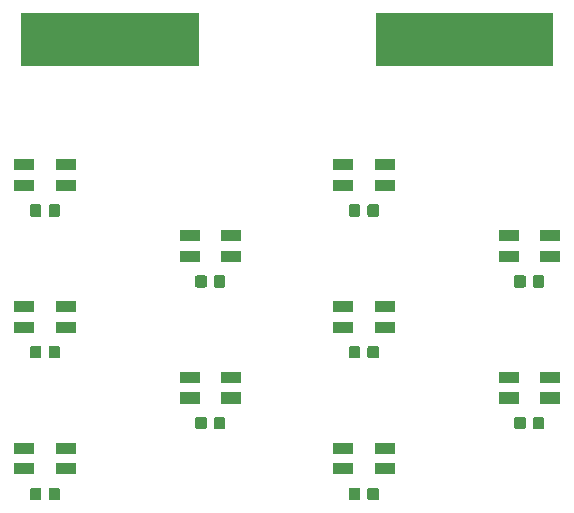
<source format=gts>
G04 #@! TF.GenerationSoftware,KiCad,Pcbnew,(5.1.4)-1*
G04 #@! TF.CreationDate,2019-10-14T20:14:25-04:00*
G04 #@! TF.ProjectId,badger-badge,62616467-6572-42d6-9261-6467652e6b69,rev?*
G04 #@! TF.SameCoordinates,Original*
G04 #@! TF.FileFunction,Soldermask,Top*
G04 #@! TF.FilePolarity,Negative*
%FSLAX46Y46*%
G04 Gerber Fmt 4.6, Leading zero omitted, Abs format (unit mm)*
G04 Created by KiCad (PCBNEW (5.1.4)-1) date 2019-10-14 20:14:25*
%MOMM*%
%LPD*%
G04 APERTURE LIST*
%ADD10C,0.100000*%
G04 APERTURE END LIST*
D10*
G36*
X58129591Y-99478085D02*
G01*
X58163569Y-99488393D01*
X58194890Y-99505134D01*
X58222339Y-99527661D01*
X58244866Y-99555110D01*
X58261607Y-99586431D01*
X58271915Y-99620409D01*
X58276000Y-99661890D01*
X58276000Y-100338110D01*
X58271915Y-100379591D01*
X58261607Y-100413569D01*
X58244866Y-100444890D01*
X58222339Y-100472339D01*
X58194890Y-100494866D01*
X58163569Y-100511607D01*
X58129591Y-100521915D01*
X58088110Y-100526000D01*
X57486890Y-100526000D01*
X57445409Y-100521915D01*
X57411431Y-100511607D01*
X57380110Y-100494866D01*
X57352661Y-100472339D01*
X57330134Y-100444890D01*
X57313393Y-100413569D01*
X57303085Y-100379591D01*
X57299000Y-100338110D01*
X57299000Y-99661890D01*
X57303085Y-99620409D01*
X57313393Y-99586431D01*
X57330134Y-99555110D01*
X57352661Y-99527661D01*
X57380110Y-99505134D01*
X57411431Y-99488393D01*
X57445409Y-99478085D01*
X57486890Y-99474000D01*
X58088110Y-99474000D01*
X58129591Y-99478085D01*
X58129591Y-99478085D01*
G37*
G36*
X56554591Y-99478085D02*
G01*
X56588569Y-99488393D01*
X56619890Y-99505134D01*
X56647339Y-99527661D01*
X56669866Y-99555110D01*
X56686607Y-99586431D01*
X56696915Y-99620409D01*
X56701000Y-99661890D01*
X56701000Y-100338110D01*
X56696915Y-100379591D01*
X56686607Y-100413569D01*
X56669866Y-100444890D01*
X56647339Y-100472339D01*
X56619890Y-100494866D01*
X56588569Y-100511607D01*
X56554591Y-100521915D01*
X56513110Y-100526000D01*
X55911890Y-100526000D01*
X55870409Y-100521915D01*
X55836431Y-100511607D01*
X55805110Y-100494866D01*
X55777661Y-100472339D01*
X55755134Y-100444890D01*
X55738393Y-100413569D01*
X55728085Y-100379591D01*
X55724000Y-100338110D01*
X55724000Y-99661890D01*
X55728085Y-99620409D01*
X55738393Y-99586431D01*
X55755134Y-99555110D01*
X55777661Y-99527661D01*
X55805110Y-99505134D01*
X55836431Y-99488393D01*
X55870409Y-99478085D01*
X55911890Y-99474000D01*
X56513110Y-99474000D01*
X56554591Y-99478085D01*
X56554591Y-99478085D01*
G37*
G36*
X85129591Y-99478085D02*
G01*
X85163569Y-99488393D01*
X85194890Y-99505134D01*
X85222339Y-99527661D01*
X85244866Y-99555110D01*
X85261607Y-99586431D01*
X85271915Y-99620409D01*
X85276000Y-99661890D01*
X85276000Y-100338110D01*
X85271915Y-100379591D01*
X85261607Y-100413569D01*
X85244866Y-100444890D01*
X85222339Y-100472339D01*
X85194890Y-100494866D01*
X85163569Y-100511607D01*
X85129591Y-100521915D01*
X85088110Y-100526000D01*
X84486890Y-100526000D01*
X84445409Y-100521915D01*
X84411431Y-100511607D01*
X84380110Y-100494866D01*
X84352661Y-100472339D01*
X84330134Y-100444890D01*
X84313393Y-100413569D01*
X84303085Y-100379591D01*
X84299000Y-100338110D01*
X84299000Y-99661890D01*
X84303085Y-99620409D01*
X84313393Y-99586431D01*
X84330134Y-99555110D01*
X84352661Y-99527661D01*
X84380110Y-99505134D01*
X84411431Y-99488393D01*
X84445409Y-99478085D01*
X84486890Y-99474000D01*
X85088110Y-99474000D01*
X85129591Y-99478085D01*
X85129591Y-99478085D01*
G37*
G36*
X83554591Y-99478085D02*
G01*
X83588569Y-99488393D01*
X83619890Y-99505134D01*
X83647339Y-99527661D01*
X83669866Y-99555110D01*
X83686607Y-99586431D01*
X83696915Y-99620409D01*
X83701000Y-99661890D01*
X83701000Y-100338110D01*
X83696915Y-100379591D01*
X83686607Y-100413569D01*
X83669866Y-100444890D01*
X83647339Y-100472339D01*
X83619890Y-100494866D01*
X83588569Y-100511607D01*
X83554591Y-100521915D01*
X83513110Y-100526000D01*
X82911890Y-100526000D01*
X82870409Y-100521915D01*
X82836431Y-100511607D01*
X82805110Y-100494866D01*
X82777661Y-100472339D01*
X82755134Y-100444890D01*
X82738393Y-100413569D01*
X82728085Y-100379591D01*
X82724000Y-100338110D01*
X82724000Y-99661890D01*
X82728085Y-99620409D01*
X82738393Y-99586431D01*
X82755134Y-99555110D01*
X82777661Y-99527661D01*
X82805110Y-99505134D01*
X82836431Y-99488393D01*
X82870409Y-99478085D01*
X82911890Y-99474000D01*
X83513110Y-99474000D01*
X83554591Y-99478085D01*
X83554591Y-99478085D01*
G37*
G36*
X86601000Y-98351000D02*
G01*
X84899000Y-98351000D01*
X84899000Y-97399000D01*
X86601000Y-97399000D01*
X86601000Y-98351000D01*
X86601000Y-98351000D01*
G37*
G36*
X56101000Y-98351000D02*
G01*
X54399000Y-98351000D01*
X54399000Y-97399000D01*
X56101000Y-97399000D01*
X56101000Y-98351000D01*
X56101000Y-98351000D01*
G37*
G36*
X59601000Y-98351000D02*
G01*
X57899000Y-98351000D01*
X57899000Y-97399000D01*
X59601000Y-97399000D01*
X59601000Y-98351000D01*
X59601000Y-98351000D01*
G37*
G36*
X83101000Y-98351000D02*
G01*
X81399000Y-98351000D01*
X81399000Y-97399000D01*
X83101000Y-97399000D01*
X83101000Y-98351000D01*
X83101000Y-98351000D01*
G37*
G36*
X56101000Y-96601000D02*
G01*
X54399000Y-96601000D01*
X54399000Y-95649000D01*
X56101000Y-95649000D01*
X56101000Y-96601000D01*
X56101000Y-96601000D01*
G37*
G36*
X86601000Y-96601000D02*
G01*
X84899000Y-96601000D01*
X84899000Y-95649000D01*
X86601000Y-95649000D01*
X86601000Y-96601000D01*
X86601000Y-96601000D01*
G37*
G36*
X59601000Y-96601000D02*
G01*
X57899000Y-96601000D01*
X57899000Y-95649000D01*
X59601000Y-95649000D01*
X59601000Y-96601000D01*
X59601000Y-96601000D01*
G37*
G36*
X83101000Y-96601000D02*
G01*
X81399000Y-96601000D01*
X81399000Y-95649000D01*
X83101000Y-95649000D01*
X83101000Y-96601000D01*
X83101000Y-96601000D01*
G37*
G36*
X70554591Y-93478085D02*
G01*
X70588569Y-93488393D01*
X70619890Y-93505134D01*
X70647339Y-93527661D01*
X70669866Y-93555110D01*
X70686607Y-93586431D01*
X70696915Y-93620409D01*
X70701000Y-93661890D01*
X70701000Y-94338110D01*
X70696915Y-94379591D01*
X70686607Y-94413569D01*
X70669866Y-94444890D01*
X70647339Y-94472339D01*
X70619890Y-94494866D01*
X70588569Y-94511607D01*
X70554591Y-94521915D01*
X70513110Y-94526000D01*
X69911890Y-94526000D01*
X69870409Y-94521915D01*
X69836431Y-94511607D01*
X69805110Y-94494866D01*
X69777661Y-94472339D01*
X69755134Y-94444890D01*
X69738393Y-94413569D01*
X69728085Y-94379591D01*
X69724000Y-94338110D01*
X69724000Y-93661890D01*
X69728085Y-93620409D01*
X69738393Y-93586431D01*
X69755134Y-93555110D01*
X69777661Y-93527661D01*
X69805110Y-93505134D01*
X69836431Y-93488393D01*
X69870409Y-93478085D01*
X69911890Y-93474000D01*
X70513110Y-93474000D01*
X70554591Y-93478085D01*
X70554591Y-93478085D01*
G37*
G36*
X72129591Y-93478085D02*
G01*
X72163569Y-93488393D01*
X72194890Y-93505134D01*
X72222339Y-93527661D01*
X72244866Y-93555110D01*
X72261607Y-93586431D01*
X72271915Y-93620409D01*
X72276000Y-93661890D01*
X72276000Y-94338110D01*
X72271915Y-94379591D01*
X72261607Y-94413569D01*
X72244866Y-94444890D01*
X72222339Y-94472339D01*
X72194890Y-94494866D01*
X72163569Y-94511607D01*
X72129591Y-94521915D01*
X72088110Y-94526000D01*
X71486890Y-94526000D01*
X71445409Y-94521915D01*
X71411431Y-94511607D01*
X71380110Y-94494866D01*
X71352661Y-94472339D01*
X71330134Y-94444890D01*
X71313393Y-94413569D01*
X71303085Y-94379591D01*
X71299000Y-94338110D01*
X71299000Y-93661890D01*
X71303085Y-93620409D01*
X71313393Y-93586431D01*
X71330134Y-93555110D01*
X71352661Y-93527661D01*
X71380110Y-93505134D01*
X71411431Y-93488393D01*
X71445409Y-93478085D01*
X71486890Y-93474000D01*
X72088110Y-93474000D01*
X72129591Y-93478085D01*
X72129591Y-93478085D01*
G37*
G36*
X99129591Y-93478085D02*
G01*
X99163569Y-93488393D01*
X99194890Y-93505134D01*
X99222339Y-93527661D01*
X99244866Y-93555110D01*
X99261607Y-93586431D01*
X99271915Y-93620409D01*
X99276000Y-93661890D01*
X99276000Y-94338110D01*
X99271915Y-94379591D01*
X99261607Y-94413569D01*
X99244866Y-94444890D01*
X99222339Y-94472339D01*
X99194890Y-94494866D01*
X99163569Y-94511607D01*
X99129591Y-94521915D01*
X99088110Y-94526000D01*
X98486890Y-94526000D01*
X98445409Y-94521915D01*
X98411431Y-94511607D01*
X98380110Y-94494866D01*
X98352661Y-94472339D01*
X98330134Y-94444890D01*
X98313393Y-94413569D01*
X98303085Y-94379591D01*
X98299000Y-94338110D01*
X98299000Y-93661890D01*
X98303085Y-93620409D01*
X98313393Y-93586431D01*
X98330134Y-93555110D01*
X98352661Y-93527661D01*
X98380110Y-93505134D01*
X98411431Y-93488393D01*
X98445409Y-93478085D01*
X98486890Y-93474000D01*
X99088110Y-93474000D01*
X99129591Y-93478085D01*
X99129591Y-93478085D01*
G37*
G36*
X97554591Y-93478085D02*
G01*
X97588569Y-93488393D01*
X97619890Y-93505134D01*
X97647339Y-93527661D01*
X97669866Y-93555110D01*
X97686607Y-93586431D01*
X97696915Y-93620409D01*
X97701000Y-93661890D01*
X97701000Y-94338110D01*
X97696915Y-94379591D01*
X97686607Y-94413569D01*
X97669866Y-94444890D01*
X97647339Y-94472339D01*
X97619890Y-94494866D01*
X97588569Y-94511607D01*
X97554591Y-94521915D01*
X97513110Y-94526000D01*
X96911890Y-94526000D01*
X96870409Y-94521915D01*
X96836431Y-94511607D01*
X96805110Y-94494866D01*
X96777661Y-94472339D01*
X96755134Y-94444890D01*
X96738393Y-94413569D01*
X96728085Y-94379591D01*
X96724000Y-94338110D01*
X96724000Y-93661890D01*
X96728085Y-93620409D01*
X96738393Y-93586431D01*
X96755134Y-93555110D01*
X96777661Y-93527661D01*
X96805110Y-93505134D01*
X96836431Y-93488393D01*
X96870409Y-93478085D01*
X96911890Y-93474000D01*
X97513110Y-93474000D01*
X97554591Y-93478085D01*
X97554591Y-93478085D01*
G37*
G36*
X100601000Y-92351000D02*
G01*
X98899000Y-92351000D01*
X98899000Y-91399000D01*
X100601000Y-91399000D01*
X100601000Y-92351000D01*
X100601000Y-92351000D01*
G37*
G36*
X97101000Y-92351000D02*
G01*
X95399000Y-92351000D01*
X95399000Y-91399000D01*
X97101000Y-91399000D01*
X97101000Y-92351000D01*
X97101000Y-92351000D01*
G37*
G36*
X73601000Y-92351000D02*
G01*
X71899000Y-92351000D01*
X71899000Y-91399000D01*
X73601000Y-91399000D01*
X73601000Y-92351000D01*
X73601000Y-92351000D01*
G37*
G36*
X70101000Y-92351000D02*
G01*
X68399000Y-92351000D01*
X68399000Y-91399000D01*
X70101000Y-91399000D01*
X70101000Y-92351000D01*
X70101000Y-92351000D01*
G37*
G36*
X100601000Y-90601000D02*
G01*
X98899000Y-90601000D01*
X98899000Y-89649000D01*
X100601000Y-89649000D01*
X100601000Y-90601000D01*
X100601000Y-90601000D01*
G37*
G36*
X97101000Y-90601000D02*
G01*
X95399000Y-90601000D01*
X95399000Y-89649000D01*
X97101000Y-89649000D01*
X97101000Y-90601000D01*
X97101000Y-90601000D01*
G37*
G36*
X73601000Y-90601000D02*
G01*
X71899000Y-90601000D01*
X71899000Y-89649000D01*
X73601000Y-89649000D01*
X73601000Y-90601000D01*
X73601000Y-90601000D01*
G37*
G36*
X70101000Y-90601000D02*
G01*
X68399000Y-90601000D01*
X68399000Y-89649000D01*
X70101000Y-89649000D01*
X70101000Y-90601000D01*
X70101000Y-90601000D01*
G37*
G36*
X83554591Y-87478085D02*
G01*
X83588569Y-87488393D01*
X83619890Y-87505134D01*
X83647339Y-87527661D01*
X83669866Y-87555110D01*
X83686607Y-87586431D01*
X83696915Y-87620409D01*
X83701000Y-87661890D01*
X83701000Y-88338110D01*
X83696915Y-88379591D01*
X83686607Y-88413569D01*
X83669866Y-88444890D01*
X83647339Y-88472339D01*
X83619890Y-88494866D01*
X83588569Y-88511607D01*
X83554591Y-88521915D01*
X83513110Y-88526000D01*
X82911890Y-88526000D01*
X82870409Y-88521915D01*
X82836431Y-88511607D01*
X82805110Y-88494866D01*
X82777661Y-88472339D01*
X82755134Y-88444890D01*
X82738393Y-88413569D01*
X82728085Y-88379591D01*
X82724000Y-88338110D01*
X82724000Y-87661890D01*
X82728085Y-87620409D01*
X82738393Y-87586431D01*
X82755134Y-87555110D01*
X82777661Y-87527661D01*
X82805110Y-87505134D01*
X82836431Y-87488393D01*
X82870409Y-87478085D01*
X82911890Y-87474000D01*
X83513110Y-87474000D01*
X83554591Y-87478085D01*
X83554591Y-87478085D01*
G37*
G36*
X85129591Y-87478085D02*
G01*
X85163569Y-87488393D01*
X85194890Y-87505134D01*
X85222339Y-87527661D01*
X85244866Y-87555110D01*
X85261607Y-87586431D01*
X85271915Y-87620409D01*
X85276000Y-87661890D01*
X85276000Y-88338110D01*
X85271915Y-88379591D01*
X85261607Y-88413569D01*
X85244866Y-88444890D01*
X85222339Y-88472339D01*
X85194890Y-88494866D01*
X85163569Y-88511607D01*
X85129591Y-88521915D01*
X85088110Y-88526000D01*
X84486890Y-88526000D01*
X84445409Y-88521915D01*
X84411431Y-88511607D01*
X84380110Y-88494866D01*
X84352661Y-88472339D01*
X84330134Y-88444890D01*
X84313393Y-88413569D01*
X84303085Y-88379591D01*
X84299000Y-88338110D01*
X84299000Y-87661890D01*
X84303085Y-87620409D01*
X84313393Y-87586431D01*
X84330134Y-87555110D01*
X84352661Y-87527661D01*
X84380110Y-87505134D01*
X84411431Y-87488393D01*
X84445409Y-87478085D01*
X84486890Y-87474000D01*
X85088110Y-87474000D01*
X85129591Y-87478085D01*
X85129591Y-87478085D01*
G37*
G36*
X58129591Y-87478085D02*
G01*
X58163569Y-87488393D01*
X58194890Y-87505134D01*
X58222339Y-87527661D01*
X58244866Y-87555110D01*
X58261607Y-87586431D01*
X58271915Y-87620409D01*
X58276000Y-87661890D01*
X58276000Y-88338110D01*
X58271915Y-88379591D01*
X58261607Y-88413569D01*
X58244866Y-88444890D01*
X58222339Y-88472339D01*
X58194890Y-88494866D01*
X58163569Y-88511607D01*
X58129591Y-88521915D01*
X58088110Y-88526000D01*
X57486890Y-88526000D01*
X57445409Y-88521915D01*
X57411431Y-88511607D01*
X57380110Y-88494866D01*
X57352661Y-88472339D01*
X57330134Y-88444890D01*
X57313393Y-88413569D01*
X57303085Y-88379591D01*
X57299000Y-88338110D01*
X57299000Y-87661890D01*
X57303085Y-87620409D01*
X57313393Y-87586431D01*
X57330134Y-87555110D01*
X57352661Y-87527661D01*
X57380110Y-87505134D01*
X57411431Y-87488393D01*
X57445409Y-87478085D01*
X57486890Y-87474000D01*
X58088110Y-87474000D01*
X58129591Y-87478085D01*
X58129591Y-87478085D01*
G37*
G36*
X56554591Y-87478085D02*
G01*
X56588569Y-87488393D01*
X56619890Y-87505134D01*
X56647339Y-87527661D01*
X56669866Y-87555110D01*
X56686607Y-87586431D01*
X56696915Y-87620409D01*
X56701000Y-87661890D01*
X56701000Y-88338110D01*
X56696915Y-88379591D01*
X56686607Y-88413569D01*
X56669866Y-88444890D01*
X56647339Y-88472339D01*
X56619890Y-88494866D01*
X56588569Y-88511607D01*
X56554591Y-88521915D01*
X56513110Y-88526000D01*
X55911890Y-88526000D01*
X55870409Y-88521915D01*
X55836431Y-88511607D01*
X55805110Y-88494866D01*
X55777661Y-88472339D01*
X55755134Y-88444890D01*
X55738393Y-88413569D01*
X55728085Y-88379591D01*
X55724000Y-88338110D01*
X55724000Y-87661890D01*
X55728085Y-87620409D01*
X55738393Y-87586431D01*
X55755134Y-87555110D01*
X55777661Y-87527661D01*
X55805110Y-87505134D01*
X55836431Y-87488393D01*
X55870409Y-87478085D01*
X55911890Y-87474000D01*
X56513110Y-87474000D01*
X56554591Y-87478085D01*
X56554591Y-87478085D01*
G37*
G36*
X56101000Y-86351000D02*
G01*
X54399000Y-86351000D01*
X54399000Y-85399000D01*
X56101000Y-85399000D01*
X56101000Y-86351000D01*
X56101000Y-86351000D01*
G37*
G36*
X59601000Y-86351000D02*
G01*
X57899000Y-86351000D01*
X57899000Y-85399000D01*
X59601000Y-85399000D01*
X59601000Y-86351000D01*
X59601000Y-86351000D01*
G37*
G36*
X86601000Y-86351000D02*
G01*
X84899000Y-86351000D01*
X84899000Y-85399000D01*
X86601000Y-85399000D01*
X86601000Y-86351000D01*
X86601000Y-86351000D01*
G37*
G36*
X83101000Y-86351000D02*
G01*
X81399000Y-86351000D01*
X81399000Y-85399000D01*
X83101000Y-85399000D01*
X83101000Y-86351000D01*
X83101000Y-86351000D01*
G37*
G36*
X86601000Y-84601000D02*
G01*
X84899000Y-84601000D01*
X84899000Y-83649000D01*
X86601000Y-83649000D01*
X86601000Y-84601000D01*
X86601000Y-84601000D01*
G37*
G36*
X83101000Y-84601000D02*
G01*
X81399000Y-84601000D01*
X81399000Y-83649000D01*
X83101000Y-83649000D01*
X83101000Y-84601000D01*
X83101000Y-84601000D01*
G37*
G36*
X59601000Y-84601000D02*
G01*
X57899000Y-84601000D01*
X57899000Y-83649000D01*
X59601000Y-83649000D01*
X59601000Y-84601000D01*
X59601000Y-84601000D01*
G37*
G36*
X56101000Y-84601000D02*
G01*
X54399000Y-84601000D01*
X54399000Y-83649000D01*
X56101000Y-83649000D01*
X56101000Y-84601000D01*
X56101000Y-84601000D01*
G37*
G36*
X99129591Y-81478085D02*
G01*
X99163569Y-81488393D01*
X99194890Y-81505134D01*
X99222339Y-81527661D01*
X99244866Y-81555110D01*
X99261607Y-81586431D01*
X99271915Y-81620409D01*
X99276000Y-81661890D01*
X99276000Y-82338110D01*
X99271915Y-82379591D01*
X99261607Y-82413569D01*
X99244866Y-82444890D01*
X99222339Y-82472339D01*
X99194890Y-82494866D01*
X99163569Y-82511607D01*
X99129591Y-82521915D01*
X99088110Y-82526000D01*
X98486890Y-82526000D01*
X98445409Y-82521915D01*
X98411431Y-82511607D01*
X98380110Y-82494866D01*
X98352661Y-82472339D01*
X98330134Y-82444890D01*
X98313393Y-82413569D01*
X98303085Y-82379591D01*
X98299000Y-82338110D01*
X98299000Y-81661890D01*
X98303085Y-81620409D01*
X98313393Y-81586431D01*
X98330134Y-81555110D01*
X98352661Y-81527661D01*
X98380110Y-81505134D01*
X98411431Y-81488393D01*
X98445409Y-81478085D01*
X98486890Y-81474000D01*
X99088110Y-81474000D01*
X99129591Y-81478085D01*
X99129591Y-81478085D01*
G37*
G36*
X97554591Y-81478085D02*
G01*
X97588569Y-81488393D01*
X97619890Y-81505134D01*
X97647339Y-81527661D01*
X97669866Y-81555110D01*
X97686607Y-81586431D01*
X97696915Y-81620409D01*
X97701000Y-81661890D01*
X97701000Y-82338110D01*
X97696915Y-82379591D01*
X97686607Y-82413569D01*
X97669866Y-82444890D01*
X97647339Y-82472339D01*
X97619890Y-82494866D01*
X97588569Y-82511607D01*
X97554591Y-82521915D01*
X97513110Y-82526000D01*
X96911890Y-82526000D01*
X96870409Y-82521915D01*
X96836431Y-82511607D01*
X96805110Y-82494866D01*
X96777661Y-82472339D01*
X96755134Y-82444890D01*
X96738393Y-82413569D01*
X96728085Y-82379591D01*
X96724000Y-82338110D01*
X96724000Y-81661890D01*
X96728085Y-81620409D01*
X96738393Y-81586431D01*
X96755134Y-81555110D01*
X96777661Y-81527661D01*
X96805110Y-81505134D01*
X96836431Y-81488393D01*
X96870409Y-81478085D01*
X96911890Y-81474000D01*
X97513110Y-81474000D01*
X97554591Y-81478085D01*
X97554591Y-81478085D01*
G37*
G36*
X72129591Y-81478085D02*
G01*
X72163569Y-81488393D01*
X72194890Y-81505134D01*
X72222339Y-81527661D01*
X72244866Y-81555110D01*
X72261607Y-81586431D01*
X72271915Y-81620409D01*
X72276000Y-81661890D01*
X72276000Y-82338110D01*
X72271915Y-82379591D01*
X72261607Y-82413569D01*
X72244866Y-82444890D01*
X72222339Y-82472339D01*
X72194890Y-82494866D01*
X72163569Y-82511607D01*
X72129591Y-82521915D01*
X72088110Y-82526000D01*
X71486890Y-82526000D01*
X71445409Y-82521915D01*
X71411431Y-82511607D01*
X71380110Y-82494866D01*
X71352661Y-82472339D01*
X71330134Y-82444890D01*
X71313393Y-82413569D01*
X71303085Y-82379591D01*
X71299000Y-82338110D01*
X71299000Y-81661890D01*
X71303085Y-81620409D01*
X71313393Y-81586431D01*
X71330134Y-81555110D01*
X71352661Y-81527661D01*
X71380110Y-81505134D01*
X71411431Y-81488393D01*
X71445409Y-81478085D01*
X71486890Y-81474000D01*
X72088110Y-81474000D01*
X72129591Y-81478085D01*
X72129591Y-81478085D01*
G37*
G36*
X70554591Y-81478085D02*
G01*
X70588569Y-81488393D01*
X70619890Y-81505134D01*
X70647339Y-81527661D01*
X70669866Y-81555110D01*
X70686607Y-81586431D01*
X70696915Y-81620409D01*
X70701000Y-81661890D01*
X70701000Y-82338110D01*
X70696915Y-82379591D01*
X70686607Y-82413569D01*
X70669866Y-82444890D01*
X70647339Y-82472339D01*
X70619890Y-82494866D01*
X70588569Y-82511607D01*
X70554591Y-82521915D01*
X70513110Y-82526000D01*
X69911890Y-82526000D01*
X69870409Y-82521915D01*
X69836431Y-82511607D01*
X69805110Y-82494866D01*
X69777661Y-82472339D01*
X69755134Y-82444890D01*
X69738393Y-82413569D01*
X69728085Y-82379591D01*
X69724000Y-82338110D01*
X69724000Y-81661890D01*
X69728085Y-81620409D01*
X69738393Y-81586431D01*
X69755134Y-81555110D01*
X69777661Y-81527661D01*
X69805110Y-81505134D01*
X69836431Y-81488393D01*
X69870409Y-81478085D01*
X69911890Y-81474000D01*
X70513110Y-81474000D01*
X70554591Y-81478085D01*
X70554591Y-81478085D01*
G37*
G36*
X73601000Y-80351000D02*
G01*
X71899000Y-80351000D01*
X71899000Y-79399000D01*
X73601000Y-79399000D01*
X73601000Y-80351000D01*
X73601000Y-80351000D01*
G37*
G36*
X70101000Y-80351000D02*
G01*
X68399000Y-80351000D01*
X68399000Y-79399000D01*
X70101000Y-79399000D01*
X70101000Y-80351000D01*
X70101000Y-80351000D01*
G37*
G36*
X97101000Y-80351000D02*
G01*
X95399000Y-80351000D01*
X95399000Y-79399000D01*
X97101000Y-79399000D01*
X97101000Y-80351000D01*
X97101000Y-80351000D01*
G37*
G36*
X100601000Y-80351000D02*
G01*
X98899000Y-80351000D01*
X98899000Y-79399000D01*
X100601000Y-79399000D01*
X100601000Y-80351000D01*
X100601000Y-80351000D01*
G37*
G36*
X70101000Y-78601000D02*
G01*
X68399000Y-78601000D01*
X68399000Y-77649000D01*
X70101000Y-77649000D01*
X70101000Y-78601000D01*
X70101000Y-78601000D01*
G37*
G36*
X73601000Y-78601000D02*
G01*
X71899000Y-78601000D01*
X71899000Y-77649000D01*
X73601000Y-77649000D01*
X73601000Y-78601000D01*
X73601000Y-78601000D01*
G37*
G36*
X100601000Y-78601000D02*
G01*
X98899000Y-78601000D01*
X98899000Y-77649000D01*
X100601000Y-77649000D01*
X100601000Y-78601000D01*
X100601000Y-78601000D01*
G37*
G36*
X97101000Y-78601000D02*
G01*
X95399000Y-78601000D01*
X95399000Y-77649000D01*
X97101000Y-77649000D01*
X97101000Y-78601000D01*
X97101000Y-78601000D01*
G37*
G36*
X83554591Y-75478085D02*
G01*
X83588569Y-75488393D01*
X83619890Y-75505134D01*
X83647339Y-75527661D01*
X83669866Y-75555110D01*
X83686607Y-75586431D01*
X83696915Y-75620409D01*
X83701000Y-75661890D01*
X83701000Y-76338110D01*
X83696915Y-76379591D01*
X83686607Y-76413569D01*
X83669866Y-76444890D01*
X83647339Y-76472339D01*
X83619890Y-76494866D01*
X83588569Y-76511607D01*
X83554591Y-76521915D01*
X83513110Y-76526000D01*
X82911890Y-76526000D01*
X82870409Y-76521915D01*
X82836431Y-76511607D01*
X82805110Y-76494866D01*
X82777661Y-76472339D01*
X82755134Y-76444890D01*
X82738393Y-76413569D01*
X82728085Y-76379591D01*
X82724000Y-76338110D01*
X82724000Y-75661890D01*
X82728085Y-75620409D01*
X82738393Y-75586431D01*
X82755134Y-75555110D01*
X82777661Y-75527661D01*
X82805110Y-75505134D01*
X82836431Y-75488393D01*
X82870409Y-75478085D01*
X82911890Y-75474000D01*
X83513110Y-75474000D01*
X83554591Y-75478085D01*
X83554591Y-75478085D01*
G37*
G36*
X85129591Y-75478085D02*
G01*
X85163569Y-75488393D01*
X85194890Y-75505134D01*
X85222339Y-75527661D01*
X85244866Y-75555110D01*
X85261607Y-75586431D01*
X85271915Y-75620409D01*
X85276000Y-75661890D01*
X85276000Y-76338110D01*
X85271915Y-76379591D01*
X85261607Y-76413569D01*
X85244866Y-76444890D01*
X85222339Y-76472339D01*
X85194890Y-76494866D01*
X85163569Y-76511607D01*
X85129591Y-76521915D01*
X85088110Y-76526000D01*
X84486890Y-76526000D01*
X84445409Y-76521915D01*
X84411431Y-76511607D01*
X84380110Y-76494866D01*
X84352661Y-76472339D01*
X84330134Y-76444890D01*
X84313393Y-76413569D01*
X84303085Y-76379591D01*
X84299000Y-76338110D01*
X84299000Y-75661890D01*
X84303085Y-75620409D01*
X84313393Y-75586431D01*
X84330134Y-75555110D01*
X84352661Y-75527661D01*
X84380110Y-75505134D01*
X84411431Y-75488393D01*
X84445409Y-75478085D01*
X84486890Y-75474000D01*
X85088110Y-75474000D01*
X85129591Y-75478085D01*
X85129591Y-75478085D01*
G37*
G36*
X56554591Y-75478085D02*
G01*
X56588569Y-75488393D01*
X56619890Y-75505134D01*
X56647339Y-75527661D01*
X56669866Y-75555110D01*
X56686607Y-75586431D01*
X56696915Y-75620409D01*
X56701000Y-75661890D01*
X56701000Y-76338110D01*
X56696915Y-76379591D01*
X56686607Y-76413569D01*
X56669866Y-76444890D01*
X56647339Y-76472339D01*
X56619890Y-76494866D01*
X56588569Y-76511607D01*
X56554591Y-76521915D01*
X56513110Y-76526000D01*
X55911890Y-76526000D01*
X55870409Y-76521915D01*
X55836431Y-76511607D01*
X55805110Y-76494866D01*
X55777661Y-76472339D01*
X55755134Y-76444890D01*
X55738393Y-76413569D01*
X55728085Y-76379591D01*
X55724000Y-76338110D01*
X55724000Y-75661890D01*
X55728085Y-75620409D01*
X55738393Y-75586431D01*
X55755134Y-75555110D01*
X55777661Y-75527661D01*
X55805110Y-75505134D01*
X55836431Y-75488393D01*
X55870409Y-75478085D01*
X55911890Y-75474000D01*
X56513110Y-75474000D01*
X56554591Y-75478085D01*
X56554591Y-75478085D01*
G37*
G36*
X58129591Y-75478085D02*
G01*
X58163569Y-75488393D01*
X58194890Y-75505134D01*
X58222339Y-75527661D01*
X58244866Y-75555110D01*
X58261607Y-75586431D01*
X58271915Y-75620409D01*
X58276000Y-75661890D01*
X58276000Y-76338110D01*
X58271915Y-76379591D01*
X58261607Y-76413569D01*
X58244866Y-76444890D01*
X58222339Y-76472339D01*
X58194890Y-76494866D01*
X58163569Y-76511607D01*
X58129591Y-76521915D01*
X58088110Y-76526000D01*
X57486890Y-76526000D01*
X57445409Y-76521915D01*
X57411431Y-76511607D01*
X57380110Y-76494866D01*
X57352661Y-76472339D01*
X57330134Y-76444890D01*
X57313393Y-76413569D01*
X57303085Y-76379591D01*
X57299000Y-76338110D01*
X57299000Y-75661890D01*
X57303085Y-75620409D01*
X57313393Y-75586431D01*
X57330134Y-75555110D01*
X57352661Y-75527661D01*
X57380110Y-75505134D01*
X57411431Y-75488393D01*
X57445409Y-75478085D01*
X57486890Y-75474000D01*
X58088110Y-75474000D01*
X58129591Y-75478085D01*
X58129591Y-75478085D01*
G37*
G36*
X56101000Y-74351000D02*
G01*
X54399000Y-74351000D01*
X54399000Y-73399000D01*
X56101000Y-73399000D01*
X56101000Y-74351000D01*
X56101000Y-74351000D01*
G37*
G36*
X59601000Y-74351000D02*
G01*
X57899000Y-74351000D01*
X57899000Y-73399000D01*
X59601000Y-73399000D01*
X59601000Y-74351000D01*
X59601000Y-74351000D01*
G37*
G36*
X86601000Y-74351000D02*
G01*
X84899000Y-74351000D01*
X84899000Y-73399000D01*
X86601000Y-73399000D01*
X86601000Y-74351000D01*
X86601000Y-74351000D01*
G37*
G36*
X83101000Y-74351000D02*
G01*
X81399000Y-74351000D01*
X81399000Y-73399000D01*
X83101000Y-73399000D01*
X83101000Y-74351000D01*
X83101000Y-74351000D01*
G37*
G36*
X86601000Y-72601000D02*
G01*
X84899000Y-72601000D01*
X84899000Y-71649000D01*
X86601000Y-71649000D01*
X86601000Y-72601000D01*
X86601000Y-72601000D01*
G37*
G36*
X56101000Y-72601000D02*
G01*
X54399000Y-72601000D01*
X54399000Y-71649000D01*
X56101000Y-71649000D01*
X56101000Y-72601000D01*
X56101000Y-72601000D01*
G37*
G36*
X59601000Y-72601000D02*
G01*
X57899000Y-72601000D01*
X57899000Y-71649000D01*
X59601000Y-71649000D01*
X59601000Y-72601000D01*
X59601000Y-72601000D01*
G37*
G36*
X83101000Y-72601000D02*
G01*
X81399000Y-72601000D01*
X81399000Y-71649000D01*
X83101000Y-71649000D01*
X83101000Y-72601000D01*
X83101000Y-72601000D01*
G37*
G36*
X70000000Y-63750000D02*
G01*
X55000000Y-63750000D01*
X55000000Y-59250000D01*
X70000000Y-59250000D01*
X70000000Y-63750000D01*
X70000000Y-63750000D01*
G37*
G36*
X100000000Y-63750000D02*
G01*
X85000000Y-63750000D01*
X85000000Y-59250000D01*
X100000000Y-59250000D01*
X100000000Y-63750000D01*
X100000000Y-63750000D01*
G37*
M02*

</source>
